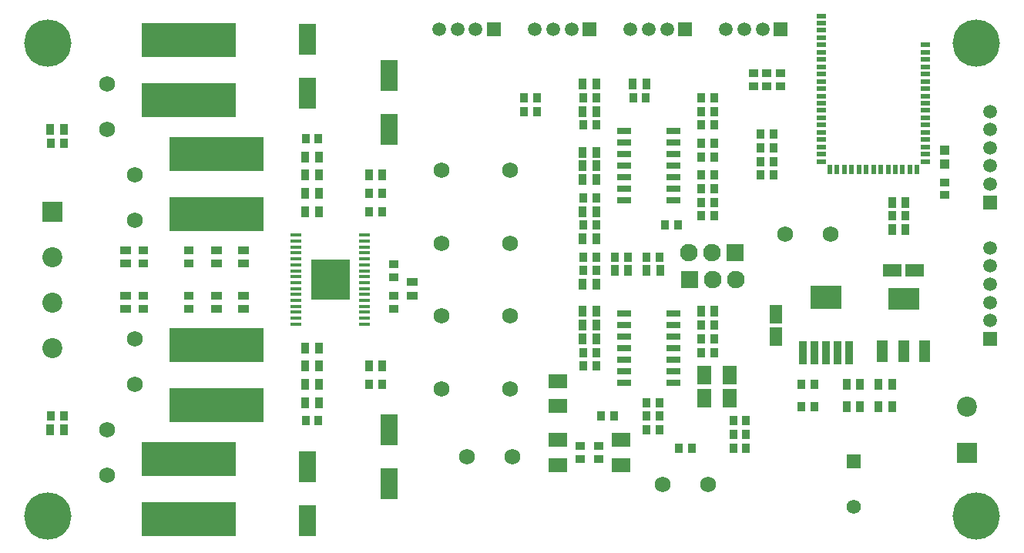
<source format=gts>
G04 Layer_Color=8388736*
%FSLAX42Y42*%
%MOMM*%
G71*
G01*
G75*
%ADD22R,1.00X0.60*%
%ADD23R,0.60X1.00*%
%ADD58R,1.00X1.00*%
%ADD59R,2.15X1.45*%
%ADD60R,1.45X2.15*%
%ADD61R,1.98X3.51*%
%ADD62R,10.41X3.71*%
%ADD63R,0.90X1.15*%
%ADD64R,1.15X0.90*%
%ADD65R,1.65X0.80*%
%ADD66R,0.87X1.10*%
%ADD67R,1.10X0.87*%
%ADD68R,1.60X2.00*%
%ADD69R,2.00X1.60*%
%ADD70R,1.27X0.41*%
%ADD71R,4.21X4.46*%
%ADD72R,1.20X2.35*%
%ADD73R,3.45X2.35*%
%ADD74R,0.90X2.60*%
%ADD75R,3.40X2.60*%
%ADD76C,5.20*%
%ADD77C,1.57*%
%ADD78R,1.57X1.57*%
%ADD79C,1.73*%
%ADD80C,1.50*%
%ADD81R,1.50X1.50*%
%ADD82R,1.50X1.50*%
%ADD83R,2.20X2.20*%
%ADD84C,2.20*%
%ADD85C,1.93*%
%ADD86R,1.93X1.93*%
%ADD87C,1.00*%
D22*
X10040Y5580D02*
D03*
Y5500D02*
D03*
Y5420D02*
D03*
Y5340D02*
D03*
Y5260D02*
D03*
Y5180D02*
D03*
Y5100D02*
D03*
Y5020D02*
D03*
Y4940D02*
D03*
Y4860D02*
D03*
Y4780D02*
D03*
Y4700D02*
D03*
Y4620D02*
D03*
Y4540D02*
D03*
Y4460D02*
D03*
Y4380D02*
D03*
Y4300D02*
D03*
X8900Y5900D02*
D03*
Y5820D02*
D03*
Y5740D02*
D03*
Y5660D02*
D03*
Y5580D02*
D03*
Y5500D02*
D03*
Y5420D02*
D03*
Y5340D02*
D03*
Y5260D02*
D03*
Y5180D02*
D03*
Y5100D02*
D03*
Y5020D02*
D03*
Y4940D02*
D03*
Y4860D02*
D03*
Y4780D02*
D03*
Y4700D02*
D03*
Y4620D02*
D03*
Y4540D02*
D03*
Y4460D02*
D03*
Y4380D02*
D03*
Y4300D02*
D03*
D23*
X9950Y4210D02*
D03*
X9870D02*
D03*
X9790D02*
D03*
X9710D02*
D03*
X9630D02*
D03*
X9550D02*
D03*
X9470D02*
D03*
X9390D02*
D03*
X9310D02*
D03*
X9230D02*
D03*
X9150D02*
D03*
X9070D02*
D03*
X8990D02*
D03*
D58*
X10250Y4275D02*
D03*
Y4425D02*
D03*
D59*
X9678Y3100D02*
D03*
X9922D02*
D03*
D60*
X8400Y2622D02*
D03*
Y2378D02*
D03*
D61*
X4150Y5246D02*
D03*
Y4654D02*
D03*
X3250Y5646D02*
D03*
Y5054D02*
D03*
X4150Y754D02*
D03*
Y1346D02*
D03*
X3250Y354D02*
D03*
Y946D02*
D03*
D62*
X1950Y1030D02*
D03*
Y370D02*
D03*
X2250Y2280D02*
D03*
Y1620D02*
D03*
Y4380D02*
D03*
Y3720D02*
D03*
X1950Y5630D02*
D03*
Y4970D02*
D03*
D63*
X574Y4650D02*
D03*
X426D02*
D03*
X574Y1350D02*
D03*
X426D02*
D03*
X3374Y4350D02*
D03*
X3226D02*
D03*
Y1650D02*
D03*
X3374D02*
D03*
X3226Y4150D02*
D03*
X3374D02*
D03*
Y1850D02*
D03*
X3226D02*
D03*
X3374Y2050D02*
D03*
X3226D02*
D03*
Y2250D02*
D03*
X3374D02*
D03*
X4074Y2050D02*
D03*
X3926D02*
D03*
X3226Y3950D02*
D03*
X3374D02*
D03*
Y3750D02*
D03*
X3226D02*
D03*
X4074Y4150D02*
D03*
X3926D02*
D03*
X6424Y4100D02*
D03*
X6276D02*
D03*
X6424Y4250D02*
D03*
X6276D02*
D03*
Y4400D02*
D03*
X6424D02*
D03*
X9676Y3550D02*
D03*
X9824D02*
D03*
X9676Y3850D02*
D03*
X9824D02*
D03*
X9176Y1850D02*
D03*
X9324D02*
D03*
X9176Y1600D02*
D03*
X9324D02*
D03*
X9674Y1850D02*
D03*
X9526D02*
D03*
X9674Y1600D02*
D03*
X9526D02*
D03*
X6974Y5150D02*
D03*
X6826D02*
D03*
X6276Y3750D02*
D03*
X6424D02*
D03*
X6276Y3450D02*
D03*
X6424D02*
D03*
X6276Y2500D02*
D03*
X6424D02*
D03*
Y2650D02*
D03*
X6276D02*
D03*
X6424Y2350D02*
D03*
X6276D02*
D03*
Y5150D02*
D03*
X6424D02*
D03*
X6276Y4850D02*
D03*
X6424D02*
D03*
Y2950D02*
D03*
X6276D02*
D03*
X6774Y3100D02*
D03*
X6626D02*
D03*
X7724Y2650D02*
D03*
X7576D02*
D03*
X6976Y3100D02*
D03*
X7124D02*
D03*
D64*
X1250Y3176D02*
D03*
Y3324D02*
D03*
Y2824D02*
D03*
Y2676D02*
D03*
X2250Y3176D02*
D03*
Y3324D02*
D03*
X2250Y2676D02*
D03*
Y2824D02*
D03*
X2550Y3176D02*
D03*
Y3324D02*
D03*
X2550Y2676D02*
D03*
Y2824D02*
D03*
X4400Y2826D02*
D03*
Y2974D02*
D03*
D65*
X6728Y4631D02*
D03*
Y4504D02*
D03*
Y4377D02*
D03*
Y4250D02*
D03*
Y4123D02*
D03*
Y3996D02*
D03*
Y3869D02*
D03*
X7272Y4631D02*
D03*
Y4504D02*
D03*
Y4377D02*
D03*
Y4250D02*
D03*
Y4123D02*
D03*
Y3996D02*
D03*
Y3869D02*
D03*
X6728Y2631D02*
D03*
Y2504D02*
D03*
Y2377D02*
D03*
Y2250D02*
D03*
Y2123D02*
D03*
Y1996D02*
D03*
Y1869D02*
D03*
X7272Y2631D02*
D03*
Y2504D02*
D03*
Y2377D02*
D03*
Y2250D02*
D03*
Y2123D02*
D03*
Y1996D02*
D03*
Y1869D02*
D03*
D66*
X571Y4500D02*
D03*
X429D02*
D03*
X571Y1500D02*
D03*
X429D02*
D03*
X3371Y4550D02*
D03*
X3229D02*
D03*
Y1450D02*
D03*
X3371D02*
D03*
X4071Y1850D02*
D03*
X3929D02*
D03*
Y3950D02*
D03*
X4071D02*
D03*
Y3750D02*
D03*
X3929D02*
D03*
X6829Y5000D02*
D03*
X6971D02*
D03*
X7179Y3600D02*
D03*
X7321D02*
D03*
X7721Y3700D02*
D03*
X7579D02*
D03*
Y3850D02*
D03*
X7721D02*
D03*
Y4150D02*
D03*
X7579D02*
D03*
Y4000D02*
D03*
X7721D02*
D03*
X7579Y5000D02*
D03*
X7721D02*
D03*
X7579Y4850D02*
D03*
X7721D02*
D03*
Y4350D02*
D03*
X7579D02*
D03*
Y4500D02*
D03*
X7721D02*
D03*
Y4700D02*
D03*
X7579D02*
D03*
X8229Y4150D02*
D03*
X8371D02*
D03*
Y4300D02*
D03*
X8229D02*
D03*
Y4450D02*
D03*
X8371D02*
D03*
Y4600D02*
D03*
X8229D02*
D03*
X9821Y3700D02*
D03*
X9679D02*
D03*
X8679Y1600D02*
D03*
X8821D02*
D03*
X8679Y1850D02*
D03*
X8821D02*
D03*
X6279Y3900D02*
D03*
X6421D02*
D03*
Y3600D02*
D03*
X6279D02*
D03*
Y5000D02*
D03*
X6421D02*
D03*
X6279Y4700D02*
D03*
X6421D02*
D03*
X5629Y5000D02*
D03*
X5771D02*
D03*
Y4850D02*
D03*
X5629D02*
D03*
X7579Y2200D02*
D03*
X7721D02*
D03*
X8071Y1450D02*
D03*
X7929D02*
D03*
X8071Y1300D02*
D03*
X7929D02*
D03*
Y1150D02*
D03*
X8071D02*
D03*
X6979Y1500D02*
D03*
X7121D02*
D03*
X7471Y1150D02*
D03*
X7329D02*
D03*
X6979Y1350D02*
D03*
X7121D02*
D03*
Y1650D02*
D03*
X6979D02*
D03*
X6479Y1500D02*
D03*
X6621D02*
D03*
X6279Y2050D02*
D03*
X6421D02*
D03*
Y2200D02*
D03*
X6279D02*
D03*
X6421Y3250D02*
D03*
X6279D02*
D03*
X6421Y3100D02*
D03*
X6279D02*
D03*
X6979Y3250D02*
D03*
X7121D02*
D03*
X6629Y3250D02*
D03*
X6771D02*
D03*
X7579Y2350D02*
D03*
X7721D02*
D03*
Y2500D02*
D03*
X7579D02*
D03*
D67*
X1450Y3321D02*
D03*
Y3179D02*
D03*
Y2679D02*
D03*
Y2821D02*
D03*
X1950Y3179D02*
D03*
Y3321D02*
D03*
X1950Y2679D02*
D03*
Y2821D02*
D03*
X4200D02*
D03*
Y2679D02*
D03*
Y3171D02*
D03*
Y3029D02*
D03*
X8150Y5271D02*
D03*
Y5129D02*
D03*
X8300D02*
D03*
Y5271D02*
D03*
X8450Y5129D02*
D03*
Y5271D02*
D03*
X10250Y4071D02*
D03*
Y3929D02*
D03*
X6450Y1029D02*
D03*
Y1171D02*
D03*
X6250D02*
D03*
Y1029D02*
D03*
D68*
X7613Y1700D02*
D03*
X7888D02*
D03*
X7887Y1950D02*
D03*
X7613D02*
D03*
D69*
X6700Y1237D02*
D03*
Y963D02*
D03*
X6000D02*
D03*
Y1237D02*
D03*
Y1887D02*
D03*
Y1612D02*
D03*
D70*
X3877Y2512D02*
D03*
Y2577D02*
D03*
Y2642D02*
D03*
Y2707D02*
D03*
Y2772D02*
D03*
Y2837D02*
D03*
Y2902D02*
D03*
Y2967D02*
D03*
Y3033D02*
D03*
Y3098D02*
D03*
Y3163D02*
D03*
Y3228D02*
D03*
Y3293D02*
D03*
Y3358D02*
D03*
Y3423D02*
D03*
Y3488D02*
D03*
X3123D02*
D03*
Y3423D02*
D03*
Y3358D02*
D03*
Y3293D02*
D03*
Y3228D02*
D03*
Y3163D02*
D03*
Y3098D02*
D03*
Y3033D02*
D03*
Y2967D02*
D03*
Y2902D02*
D03*
Y2837D02*
D03*
Y2772D02*
D03*
Y2707D02*
D03*
Y2642D02*
D03*
Y2577D02*
D03*
Y2512D02*
D03*
D71*
X3500Y3000D02*
D03*
D72*
X9570Y2210D02*
D03*
X9800D02*
D03*
X10030D02*
D03*
D73*
X9800Y2790D02*
D03*
D74*
X8696Y2198D02*
D03*
X8823D02*
D03*
X8950D02*
D03*
X9077D02*
D03*
X9204D02*
D03*
D75*
X8950Y2802D02*
D03*
D76*
X10600Y5600D02*
D03*
Y400D02*
D03*
X400D02*
D03*
Y5600D02*
D03*
D77*
X9250Y500D02*
D03*
D78*
Y1000D02*
D03*
D79*
X1050Y850D02*
D03*
Y1350D02*
D03*
X1350Y2350D02*
D03*
Y1850D02*
D03*
Y4150D02*
D03*
Y3650D02*
D03*
X1050Y4650D02*
D03*
Y5150D02*
D03*
X9000Y3500D02*
D03*
X8500D02*
D03*
X5000Y1050D02*
D03*
X5500D02*
D03*
X7650Y750D02*
D03*
X7150D02*
D03*
X5475Y1800D02*
D03*
X4725D02*
D03*
Y2600D02*
D03*
X5475D02*
D03*
Y3400D02*
D03*
X4725D02*
D03*
Y4200D02*
D03*
X5475D02*
D03*
D80*
X10750Y4850D02*
D03*
Y4650D02*
D03*
Y4450D02*
D03*
Y4250D02*
D03*
Y4050D02*
D03*
Y3350D02*
D03*
Y3150D02*
D03*
Y2950D02*
D03*
Y2750D02*
D03*
Y2550D02*
D03*
X8250Y5750D02*
D03*
X8050D02*
D03*
X7850D02*
D03*
X7200D02*
D03*
X7000D02*
D03*
X6800D02*
D03*
X6150D02*
D03*
X5950D02*
D03*
X5750D02*
D03*
X5100D02*
D03*
X4900D02*
D03*
X4700D02*
D03*
D81*
X10750Y3850D02*
D03*
Y2350D02*
D03*
D82*
X8450Y5750D02*
D03*
X7400D02*
D03*
X6350D02*
D03*
X5300D02*
D03*
D83*
X450Y3750D02*
D03*
X10500Y1100D02*
D03*
D84*
X450Y3250D02*
D03*
Y2750D02*
D03*
Y2250D02*
D03*
X10500Y1600D02*
D03*
D85*
X7704Y3000D02*
D03*
X7958D02*
D03*
X7696Y3300D02*
D03*
X7442D02*
D03*
D86*
X7450Y3000D02*
D03*
X7950Y3300D02*
D03*
D87*
X3500Y3000D02*
D03*
Y2875D02*
D03*
Y3125D02*
D03*
X3375Y3000D02*
D03*
X3625D02*
D03*
X3375Y2875D02*
D03*
X3625D02*
D03*
X3375Y3125D02*
D03*
X3625D02*
D03*
M02*

</source>
